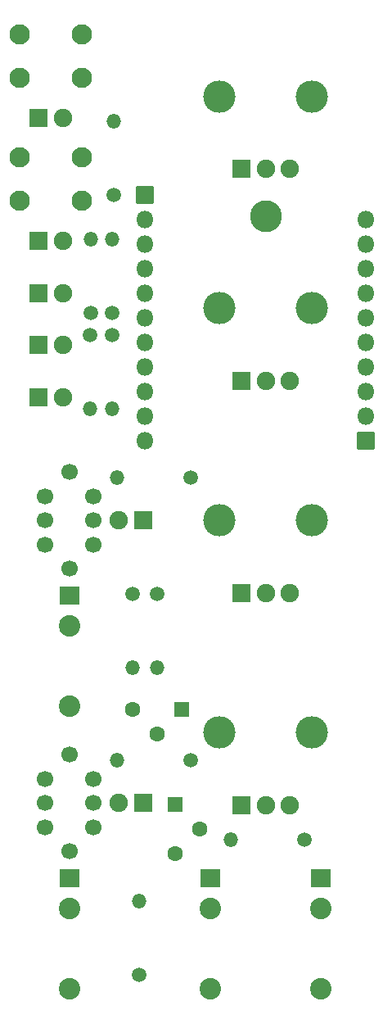
<source format=gbr>
%TF.GenerationSoftware,KiCad,Pcbnew,(6.0.0)*%
%TF.CreationDate,2022-11-14T01:28:24+01:00*%
%TF.ProjectId,Apeks,4170656b-732e-46b6-9963-61645f706362,rev?*%
%TF.SameCoordinates,Original*%
%TF.FileFunction,Soldermask,Top*%
%TF.FilePolarity,Negative*%
%FSLAX46Y46*%
G04 Gerber Fmt 4.6, Leading zero omitted, Abs format (unit mm)*
G04 Created by KiCad (PCBNEW (6.0.0)) date 2022-11-14 01:28:24*
%MOMM*%
%LPD*%
G01*
G04 APERTURE LIST*
G04 Aperture macros list*
%AMRoundRect*
0 Rectangle with rounded corners*
0 $1 Rounding radius*
0 $2 $3 $4 $5 $6 $7 $8 $9 X,Y pos of 4 corners*
0 Add a 4 corners polygon primitive as box body*
4,1,4,$2,$3,$4,$5,$6,$7,$8,$9,$2,$3,0*
0 Add four circle primitives for the rounded corners*
1,1,$1+$1,$2,$3*
1,1,$1+$1,$4,$5*
1,1,$1+$1,$6,$7*
1,1,$1+$1,$8,$9*
0 Add four rect primitives between the rounded corners*
20,1,$1+$1,$2,$3,$4,$5,0*
20,1,$1+$1,$4,$5,$6,$7,0*
20,1,$1+$1,$6,$7,$8,$9,0*
20,1,$1+$1,$8,$9,$2,$3,0*%
G04 Aperture macros list end*
%ADD10RoundRect,0.050000X-0.900000X-0.900000X0.900000X-0.900000X0.900000X0.900000X-0.900000X0.900000X0*%
%ADD11C,1.900000*%
%ADD12RoundRect,0.050000X0.965000X0.915000X-0.965000X0.915000X-0.965000X-0.915000X0.965000X-0.915000X0*%
%ADD13C,2.230000*%
%ADD14RoundRect,0.050000X-0.750000X0.750000X-0.750000X-0.750000X0.750000X-0.750000X0.750000X0.750000X0*%
%ADD15C,1.600000*%
%ADD16RoundRect,0.050000X-0.750000X-0.750000X0.750000X-0.750000X0.750000X0.750000X-0.750000X0.750000X0*%
%ADD17C,1.500000*%
%ADD18O,1.500000X1.500000*%
%ADD19C,3.340000*%
%ADD20RoundRect,0.050000X0.900000X0.900000X-0.900000X0.900000X-0.900000X-0.900000X0.900000X-0.900000X0*%
%ADD21C,1.700000*%
%ADD22C,2.100000*%
%ADD23C,3.300000*%
%ADD24RoundRect,0.050000X-0.850000X-0.850000X0.850000X-0.850000X0.850000X0.850000X-0.850000X0.850000X0*%
%ADD25O,1.800000X1.800000*%
%ADD26RoundRect,0.050000X0.850000X0.850000X-0.850000X0.850000X-0.850000X-0.850000X0.850000X-0.850000X0*%
G04 APERTURE END LIST*
D10*
%TO.C,D3*%
X23950000Y-44100000D03*
D11*
X26490000Y-44100000D03*
%TD*%
D10*
%TO.C,D4*%
X23950000Y-56800000D03*
D11*
X26490000Y-56800000D03*
%TD*%
D10*
%TO.C,D5*%
X23950000Y-62200000D03*
D11*
X26490000Y-62200000D03*
%TD*%
D10*
%TO.C,D6*%
X23950000Y-67600000D03*
D11*
X26490000Y-67600000D03*
%TD*%
D10*
%TO.C,D7*%
X23950000Y-73000000D03*
D11*
X26490000Y-73000000D03*
%TD*%
D12*
%TO.C,J1*%
X27130000Y-93510000D03*
D13*
X27130000Y-104910000D03*
X27130000Y-96610000D03*
%TD*%
D12*
%TO.C,J2*%
X27130000Y-122720000D03*
D13*
X27130000Y-134120000D03*
X27130000Y-125820000D03*
%TD*%
D14*
%TO.C,Q1*%
X38735000Y-105275000D03*
D15*
X36195000Y-107815000D03*
X33655000Y-105275000D03*
%TD*%
D16*
%TO.C,Q2*%
X38092000Y-115062000D03*
D15*
X40632000Y-117602000D03*
X38092000Y-120142000D03*
%TD*%
D17*
%TO.C,R1*%
X36195000Y-93345000D03*
D18*
X36195000Y-100965000D03*
%TD*%
D17*
%TO.C,R3*%
X34366200Y-132715000D03*
D18*
X34366200Y-125095000D03*
%TD*%
D17*
%TO.C,R2*%
X33655000Y-93345000D03*
D18*
X33655000Y-100965000D03*
%TD*%
D17*
%TO.C,R5*%
X51435000Y-118745000D03*
D18*
X43815000Y-118745000D03*
%TD*%
D17*
%TO.C,R18*%
X31750000Y-52070000D03*
D18*
X31750000Y-44450000D03*
%TD*%
D17*
%TO.C,R21*%
X29337000Y-64262000D03*
D18*
X29337000Y-56642000D03*
%TD*%
D17*
%TO.C,R22*%
X31546800Y-64262000D03*
D18*
X31546800Y-56642000D03*
%TD*%
D17*
%TO.C,R23*%
X31546800Y-66522600D03*
D18*
X31546800Y-74142600D03*
%TD*%
D17*
%TO.C,R24*%
X29311600Y-66548000D03*
D18*
X29311600Y-74168000D03*
%TD*%
D17*
%TO.C,R19*%
X39700000Y-81280000D03*
D18*
X32080000Y-81280000D03*
%TD*%
D17*
%TO.C,R20*%
X39700000Y-110490000D03*
D18*
X32080000Y-110490000D03*
%TD*%
D19*
%TO.C,RV1*%
X52250000Y-41880000D03*
X42650000Y-41880000D03*
D20*
X44950000Y-49380000D03*
D11*
X47450000Y-49380000D03*
X49950000Y-49380000D03*
%TD*%
D19*
%TO.C,RV2*%
X42650000Y-63790000D03*
X52250000Y-63790000D03*
D20*
X44950000Y-71290000D03*
D11*
X47450000Y-71290000D03*
X49950000Y-71290000D03*
%TD*%
D19*
%TO.C,RV3*%
X42650000Y-85700000D03*
X52250000Y-85700000D03*
D20*
X44950000Y-93200000D03*
D11*
X47450000Y-93200000D03*
X49950000Y-93200000D03*
%TD*%
D19*
%TO.C,RV4*%
X42650000Y-107610000D03*
X52250000Y-107610000D03*
D20*
X44950000Y-115110000D03*
D11*
X47450000Y-115110000D03*
X49950000Y-115110000D03*
%TD*%
D21*
%TO.C,SW3*%
X24630000Y-83200000D03*
X24630000Y-85700000D03*
X24630000Y-88200000D03*
X29630000Y-83200000D03*
X29630000Y-85700000D03*
X29630000Y-88200000D03*
X27130000Y-80700000D03*
X27130000Y-90700000D03*
%TD*%
%TO.C,SW4*%
X24630000Y-112410000D03*
X24630000Y-114910000D03*
X24630000Y-117410000D03*
X29630000Y-112410000D03*
X29630000Y-114910000D03*
X29630000Y-117410000D03*
X27130000Y-109910000D03*
X27130000Y-119910000D03*
%TD*%
D22*
%TO.C,SW1*%
X21970000Y-35500000D03*
X28470000Y-35500000D03*
X21970000Y-40000000D03*
X28470000Y-40000000D03*
%TD*%
%TO.C,SW2*%
X28470000Y-48200000D03*
X21970000Y-48200000D03*
X28470000Y-52700000D03*
X21970000Y-52700000D03*
%TD*%
D23*
%TO.C,H2*%
X47450000Y-54250000D03*
%TD*%
D12*
%TO.C,J4*%
X41730000Y-122720000D03*
D13*
X41730000Y-134120000D03*
X41730000Y-125820000D03*
%TD*%
D12*
%TO.C,J5*%
X53160000Y-122720000D03*
D13*
X53160000Y-134120000D03*
X53160000Y-125820000D03*
%TD*%
D20*
%TO.C,D8*%
X34750000Y-85700000D03*
D11*
X32210000Y-85700000D03*
%TD*%
D20*
%TO.C,D9*%
X34750000Y-114910000D03*
D11*
X32210000Y-114910000D03*
%TD*%
D24*
%TO.C,J9*%
X57795000Y-77470000D03*
D25*
X57795000Y-74930000D03*
X57795000Y-72390000D03*
X57795000Y-69850000D03*
X57795000Y-67310000D03*
X57795000Y-64770000D03*
X57795000Y-62230000D03*
X57795000Y-59690000D03*
X57795000Y-57150000D03*
X57795000Y-54610000D03*
%TD*%
D26*
%TO.C,J8*%
X34935000Y-52070000D03*
D25*
X34935000Y-54610000D03*
X34935000Y-57150000D03*
X34935000Y-59690000D03*
X34935000Y-62230000D03*
X34935000Y-64770000D03*
X34935000Y-67310000D03*
X34935000Y-69850000D03*
X34935000Y-72390000D03*
X34935000Y-74930000D03*
X34935000Y-77470000D03*
%TD*%
M02*

</source>
